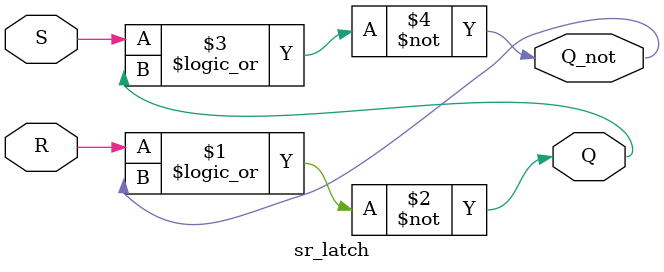
<source format=v>
module sr_latch(
	input S,R,
	output wire Q,
	output wire Q_not
);

assign Q = ~(R || Q_not);
assign Q_not = ~(S || Q);

endmodule

// s   r   Q          Q_not
// 0   0   Q(t-1)     Q_not(t-1)
// 0   1   0           1
// 1   0   1           0
// 1   1   0           0
</source>
